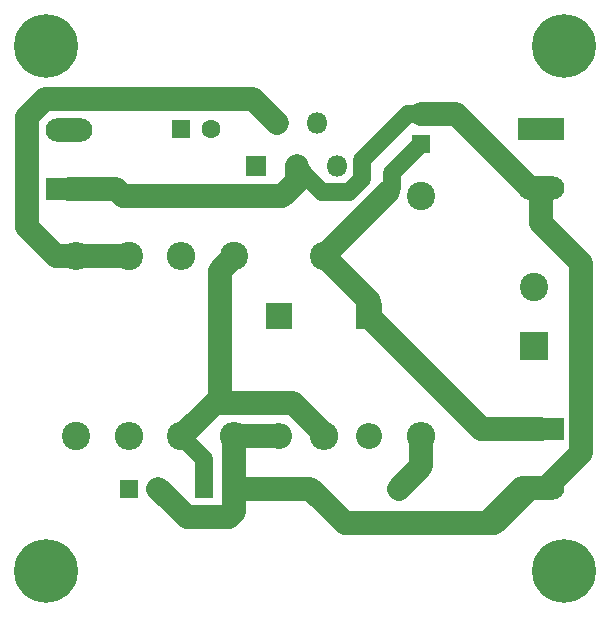
<source format=gbr>
G04 #@! TF.GenerationSoftware,KiCad,Pcbnew,(5.0.0)*
G04 #@! TF.CreationDate,2018-07-25T01:58:25+02:00*
G04 #@! TF.ProjectId,tda2030MonoAmplifier,746461323033304D6F6E6F416D706C69,rev?*
G04 #@! TF.SameCoordinates,Original*
G04 #@! TF.FileFunction,Copper,L1,Top,Signal*
G04 #@! TF.FilePolarity,Positive*
%FSLAX46Y46*%
G04 Gerber Fmt 4.6, Leading zero omitted, Abs format (unit mm)*
G04 Created by KiCad (PCBNEW (5.0.0)) date 07/25/18 01:58:25*
%MOMM*%
%LPD*%
G01*
G04 APERTURE LIST*
G04 #@! TA.AperFunction,ComponentPad*
%ADD10R,3.960000X1.980000*%
G04 #@! TD*
G04 #@! TA.AperFunction,ComponentPad*
%ADD11O,3.960000X1.980000*%
G04 #@! TD*
G04 #@! TA.AperFunction,ComponentPad*
%ADD12R,1.600000X1.600000*%
G04 #@! TD*
G04 #@! TA.AperFunction,ComponentPad*
%ADD13C,1.600000*%
G04 #@! TD*
G04 #@! TA.AperFunction,ComponentPad*
%ADD14R,2.400000X2.400000*%
G04 #@! TD*
G04 #@! TA.AperFunction,ComponentPad*
%ADD15C,2.400000*%
G04 #@! TD*
G04 #@! TA.AperFunction,ComponentPad*
%ADD16O,2.200000X2.200000*%
G04 #@! TD*
G04 #@! TA.AperFunction,ComponentPad*
%ADD17R,2.200000X2.200000*%
G04 #@! TD*
G04 #@! TA.AperFunction,ComponentPad*
%ADD18C,5.400000*%
G04 #@! TD*
G04 #@! TA.AperFunction,ComponentPad*
%ADD19O,2.400000X2.400000*%
G04 #@! TD*
G04 #@! TA.AperFunction,ComponentPad*
%ADD20R,1.800000X1.800000*%
G04 #@! TD*
G04 #@! TA.AperFunction,ComponentPad*
%ADD21O,1.800000X1.800000*%
G04 #@! TD*
G04 #@! TA.AperFunction,Conductor*
%ADD22C,1.500000*%
G04 #@! TD*
G04 #@! TA.AperFunction,Conductor*
%ADD23C,2.000000*%
G04 #@! TD*
G04 APERTURE END LIST*
D10*
G04 #@! TO.P,Speaker,1*
G04 #@! TO.N,Net-(C6-Pad2)*
X153035000Y-103505000D03*
D11*
G04 #@! TO.P,Speaker,2*
G04 #@! TO.N,GND*
X153035000Y-108505000D03*
G04 #@! TD*
D12*
G04 #@! TO.P,C1,1*
G04 #@! TO.N,Net-(C1-Pad1)*
X122555000Y-103505000D03*
D13*
G04 #@! TO.P,C1,2*
G04 #@! TO.N,Net-(C1-Pad2)*
X125055000Y-103505000D03*
G04 #@! TD*
D12*
G04 #@! TO.P,C2,1*
G04 #@! TO.N,Net-(C2-Pad1)*
X124500000Y-133985000D03*
D13*
G04 #@! TO.P,C2,2*
G04 #@! TO.N,GND*
X127000000Y-133985000D03*
G04 #@! TD*
G04 #@! TO.P,C3,2*
G04 #@! TO.N,GND*
X142875000Y-102275000D03*
D12*
G04 #@! TO.P,C3,1*
G04 #@! TO.N,VCC*
X142875000Y-104775000D03*
G04 #@! TD*
G04 #@! TO.P,C4,1*
G04 #@! TO.N,Net-(C4-Pad1)*
X118110000Y-133985000D03*
D13*
G04 #@! TO.P,C4,2*
G04 #@! TO.N,GND*
X120610000Y-133985000D03*
G04 #@! TD*
G04 #@! TO.P,C5,1*
G04 #@! TO.N,Net-(C5-Pad1)*
X140970000Y-133985000D03*
G04 #@! TO.P,C5,2*
G04 #@! TO.N,GND*
X133470000Y-133985000D03*
G04 #@! TD*
D14*
G04 #@! TO.P,C6,1*
G04 #@! TO.N,Net-(C6-Pad1)*
X152400000Y-121920000D03*
D15*
G04 #@! TO.P,C6,2*
G04 #@! TO.N,Net-(C6-Pad2)*
X152400000Y-116920000D03*
G04 #@! TD*
D16*
G04 #@! TO.P,D1,2*
G04 #@! TO.N,Net-(C6-Pad1)*
X138430000Y-129540000D03*
D17*
G04 #@! TO.P,D1,1*
G04 #@! TO.N,VCC*
X138430000Y-119380000D03*
G04 #@! TD*
G04 #@! TO.P,D2,1*
G04 #@! TO.N,Net-(C6-Pad1)*
X130810000Y-119380000D03*
D16*
G04 #@! TO.P,D2,2*
G04 #@! TO.N,GND*
X130810000Y-129540000D03*
G04 #@! TD*
D10*
G04 #@! TO.P,IN,1*
G04 #@! TO.N,GND*
X113030000Y-108585000D03*
D11*
G04 #@! TO.P,IN,2*
G04 #@! TO.N,Net-(C1-Pad1)*
X113030000Y-103585000D03*
G04 #@! TD*
G04 #@! TO.P,Power,2*
G04 #@! TO.N,GND*
X153035000Y-133905000D03*
D10*
G04 #@! TO.P,Power,1*
G04 #@! TO.N,VCC*
X153035000Y-128905000D03*
G04 #@! TD*
D18*
G04 #@! TO.P,MH1,1*
G04 #@! TO.N,Net-(MH1-Pad1)*
X154940000Y-96520000D03*
G04 #@! TD*
G04 #@! TO.P,MH2,1*
G04 #@! TO.N,Net-(MH2-Pad1)*
X111125000Y-140970000D03*
G04 #@! TD*
G04 #@! TO.P,MH3,1*
G04 #@! TO.N,Net-(MH3-Pad1)*
X154940000Y-140970000D03*
G04 #@! TD*
G04 #@! TO.P,MH4,1*
G04 #@! TO.N,Net-(MH4-Pad1)*
X111125000Y-96520000D03*
G04 #@! TD*
D19*
G04 #@! TO.P,R1,2*
G04 #@! TO.N,GND*
X127000000Y-129540000D03*
D15*
G04 #@! TO.P,R1,1*
G04 #@! TO.N,Net-(C2-Pad1)*
X127000000Y-114300000D03*
G04 #@! TD*
G04 #@! TO.P,R2,1*
G04 #@! TO.N,Net-(C2-Pad1)*
X122555000Y-129540000D03*
D19*
G04 #@! TO.P,R2,2*
G04 #@! TO.N,Net-(C1-Pad2)*
X122555000Y-114300000D03*
G04 #@! TD*
D15*
G04 #@! TO.P,R3,1*
G04 #@! TO.N,VCC*
X134620000Y-114300000D03*
D19*
G04 #@! TO.P,R3,2*
G04 #@! TO.N,Net-(C2-Pad1)*
X134620000Y-129540000D03*
G04 #@! TD*
G04 #@! TO.P,R4,2*
G04 #@! TO.N,Net-(R4-Pad2)*
X113665000Y-114300000D03*
D15*
G04 #@! TO.P,R4,1*
G04 #@! TO.N,Net-(C6-Pad1)*
X113665000Y-129540000D03*
G04 #@! TD*
G04 #@! TO.P,R5,1*
G04 #@! TO.N,Net-(R4-Pad2)*
X118110000Y-114300000D03*
D19*
G04 #@! TO.P,R5,2*
G04 #@! TO.N,Net-(C4-Pad1)*
X118110000Y-129540000D03*
G04 #@! TD*
D15*
G04 #@! TO.P,R6,1*
G04 #@! TO.N,Net-(C6-Pad1)*
X142875000Y-109220000D03*
D19*
G04 #@! TO.P,R6,2*
G04 #@! TO.N,Net-(C5-Pad1)*
X142875000Y-129540000D03*
G04 #@! TD*
D20*
G04 #@! TO.P,U1,1*
G04 #@! TO.N,Net-(C1-Pad2)*
X128905000Y-106680000D03*
D21*
G04 #@! TO.P,U1,2*
G04 #@! TO.N,Net-(R4-Pad2)*
X130605000Y-102980000D03*
G04 #@! TO.P,U1,3*
G04 #@! TO.N,GND*
X132305000Y-106680000D03*
G04 #@! TO.P,U1,4*
G04 #@! TO.N,Net-(C6-Pad1)*
X134005000Y-102980000D03*
G04 #@! TO.P,U1,5*
G04 #@! TO.N,VCC*
X135705000Y-106680000D03*
G04 #@! TD*
D22*
G04 #@! TO.N,Net-(C2-Pad1)*
X124500000Y-131485000D02*
X122555000Y-129540000D01*
X124500000Y-133985000D02*
X124500000Y-131485000D01*
D23*
X123754999Y-128340001D02*
X122555000Y-129540000D01*
X125355001Y-126739999D02*
X123754999Y-128340001D01*
X132006001Y-126739999D02*
X125355001Y-126739999D01*
X134620000Y-129353998D02*
X132006001Y-126739999D01*
X134620000Y-129540000D02*
X134620000Y-129353998D01*
X125800001Y-126294999D02*
X125355001Y-126739999D01*
X125800001Y-115499999D02*
X125800001Y-126294999D01*
X127000000Y-114300000D02*
X125800001Y-115499999D01*
D22*
G04 #@! TO.N,GND*
X134455001Y-108830001D02*
X133204999Y-107579999D01*
X136737001Y-108830001D02*
X134455001Y-108830001D01*
X137855001Y-107712001D02*
X136737001Y-108830001D01*
X137855001Y-106163629D02*
X137855001Y-107712001D01*
X133204999Y-107579999D02*
X132305000Y-106680000D01*
D23*
X153035000Y-111495000D02*
X153035000Y-108505000D01*
X156380000Y-114840000D02*
X153035000Y-111495000D01*
X156380000Y-130915000D02*
X156380000Y-114840000D01*
X152400000Y-133905000D02*
X153390000Y-133905000D01*
X144006370Y-102275000D02*
X142875000Y-102275000D01*
X145815000Y-102275000D02*
X144006370Y-102275000D01*
X152045000Y-108505000D02*
X145815000Y-102275000D01*
X153035000Y-108505000D02*
X152045000Y-108505000D01*
X132305000Y-107952792D02*
X132305000Y-106680000D01*
X132305000Y-107960002D02*
X132305000Y-107952792D01*
X131085001Y-109180001D02*
X132305000Y-107960002D01*
X117605001Y-109180001D02*
X131085001Y-109180001D01*
X117010000Y-108585000D02*
X117605001Y-109180001D01*
X113030000Y-108585000D02*
X117010000Y-108585000D01*
X133470000Y-133985000D02*
X127000000Y-133985000D01*
X127000000Y-133985000D02*
X127000000Y-129540000D01*
X127000000Y-129540000D02*
X130810000Y-129540000D01*
X121409999Y-134784999D02*
X120610000Y-133985000D01*
X123010001Y-136385001D02*
X121409999Y-134784999D01*
X126580001Y-136385001D02*
X123010001Y-136385001D01*
X127000000Y-135965002D02*
X126580001Y-136385001D01*
X127000000Y-133985000D02*
X127000000Y-135965002D01*
D22*
X141743630Y-102275000D02*
X137855001Y-106163629D01*
X142875000Y-102275000D02*
X141743630Y-102275000D01*
D23*
X148420000Y-136895000D02*
X136380000Y-136895000D01*
X136380000Y-136895000D02*
X134269999Y-134784999D01*
X134269999Y-134784999D02*
X133470000Y-133985000D01*
X151410000Y-133905000D02*
X148420000Y-136895000D01*
X152400000Y-133905000D02*
X151410000Y-133905000D01*
X152045000Y-133905000D02*
X153035000Y-133905000D01*
X149055000Y-136895000D02*
X152045000Y-133905000D01*
X148420000Y-136895000D02*
X149055000Y-136895000D01*
X153390000Y-133905000D02*
X156380000Y-130915000D01*
X153035000Y-133905000D02*
X153390000Y-133905000D01*
D22*
G04 #@! TO.N,VCC*
X140424999Y-107225001D02*
X140424999Y-108495001D01*
X142875000Y-104775000D02*
X140424999Y-107225001D01*
D23*
X147955000Y-128905000D02*
X138430000Y-119380000D01*
X152400000Y-128905000D02*
X147955000Y-128905000D01*
X138430000Y-118110000D02*
X134620000Y-114300000D01*
X138430000Y-119380000D02*
X138430000Y-118110000D01*
X134620000Y-114300000D02*
X140074999Y-108845001D01*
D22*
X140424999Y-108495001D02*
X140074999Y-108845001D01*
D23*
X147955000Y-128905000D02*
X153035000Y-128905000D01*
G04 #@! TO.N,Net-(C5-Pad1)*
X142875000Y-132080000D02*
X140970000Y-133985000D01*
X142875000Y-129540000D02*
X142875000Y-132080000D01*
G04 #@! TO.N,Net-(R4-Pad2)*
X118110000Y-114300000D02*
X113665000Y-114300000D01*
X128590000Y-100965000D02*
X130605000Y-102980000D01*
X110997173Y-100965000D02*
X128590000Y-100965000D01*
X109449999Y-102512174D02*
X110997173Y-100965000D01*
X109449999Y-111782055D02*
X109449999Y-102512174D01*
X113665000Y-114300000D02*
X111967944Y-114300000D01*
X111967944Y-114300000D02*
X109449999Y-111782055D01*
G04 #@! TD*
M02*

</source>
